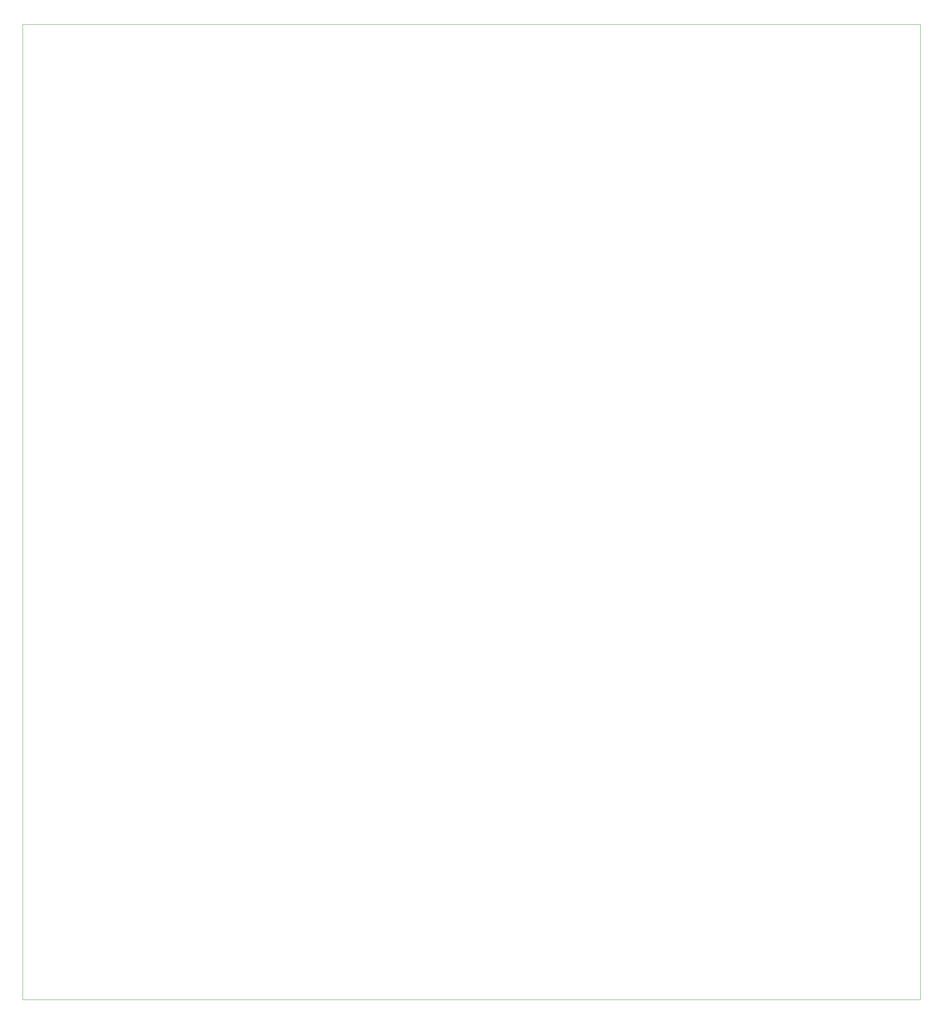
<source format=gbr>
G04 #@! TF.GenerationSoftware,KiCad,Pcbnew,(5.1.5)-3*
G04 #@! TF.CreationDate,2021-10-07T01:12:50-04:00*
G04 #@! TF.ProjectId,RIGHT_Side Panel,52494748-545f-4536-9964-652050616e65,rev?*
G04 #@! TF.SameCoordinates,Original*
G04 #@! TF.FileFunction,Profile,NP*
%FSLAX46Y46*%
G04 Gerber Fmt 4.6, Leading zero omitted, Abs format (unit mm)*
G04 Created by KiCad (PCBNEW (5.1.5)-3) date 2021-10-07 01:12:50*
%MOMM*%
%LPD*%
G04 APERTURE LIST*
%ADD10C,0.050000*%
G04 APERTURE END LIST*
D10*
X0Y0D02*
X212000000Y0D01*
X212000000Y0D02*
X212000000Y-230000000D01*
X0Y-230000000D02*
X212000000Y-230000000D01*
X0Y0D02*
X0Y-230000000D01*
M02*

</source>
